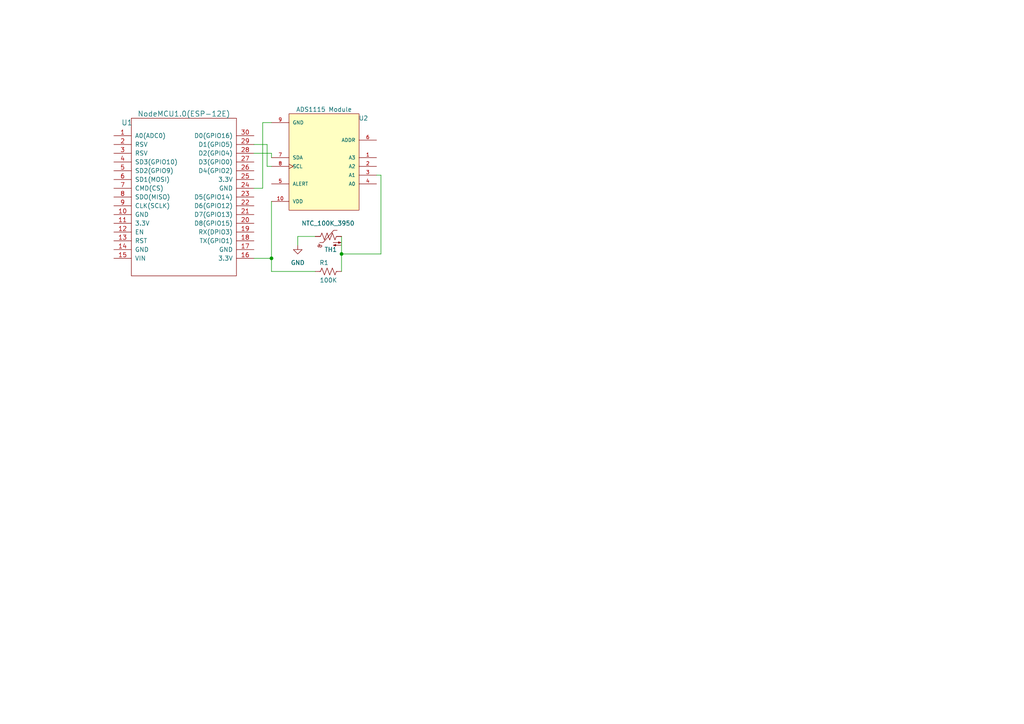
<source format=kicad_sch>
(kicad_sch (version 20230121) (generator eeschema)
  (paper "A4")
  (lib_symbols
    (symbol "ADS1115:ZC261500" (pin_names (offset 1.016))
      (property "Reference" "U" (at -10.16 16.002 0))
      (property "Value" "ZC261500" (at -10.16 -15.24 0))
      (symbol "ZC261500_0_0"
        (rectangle (start -10.16 -12.7) (end 10.16 15.24) (stroke (width 0.1524)) (fill (type background)))
        (pin input line (at -15.24 0 0) (length 5.08) (name "A3") (number "1"))
        (pin power_in line (at 15.24 12.7 180) (length 5.08) (name "VDD") (number "10"))
        (pin input line (at -15.24 2.54 0) (length 5.08) (name "A2") (number "2"))
        (pin input line (at -15.24 5.08 0) (length 5.08) (name "A1") (number "3"))
        (pin input line (at -15.24 7.62 0) (length 5.08) (name "A0") (number "4"))
        (pin bidirectional line (at 15.24 7.62 180) (length 5.08) (name "ALERT") (number "5"))
        (pin input line (at -15.24 -5.08 0) (length 5.08) (name "ADDR") (number "6"))
        (pin bidirectional line (at 15.24 0 180) (length 5.08) (name "SDA") (number "7"))
        (pin input clock (at 15.24 2.54 180) (length 5.08) (name "SCL") (number "8"))
        (pin power_in line (at 15.24 -10.16 180) (length 5.08) (name "GND") (number "9"))
      )
    )
    (symbol "Device:R_US" (pin_numbers hide) (pin_names (offset 0))
      (property "Reference" "R" (at 2.54 0 90))
      (property "Value" "R_US" (at -2.54 0 90))
      (symbol "R_US_0_1"
        (polyline (pts (xy 0 -2.286) (xy 0 -2.54)))
        (polyline (pts (xy 0 2.286) (xy 0 2.54)))
        (polyline (pts (xy 0 -0.762) (xy 1.016 -1.143) (xy 0 -1.524) (xy -1.016 -1.905) (xy 0 -2.286)))
        (polyline (pts (xy 0 0.762) (xy 1.016 0.381) (xy 0 0) (xy -1.016 -0.381) (xy 0 -0.762)))
        (polyline (pts (xy 0 2.286) (xy 1.016 1.905) (xy 0 1.524) (xy -1.016 1.143) (xy 0 0.762)))
      )
      (symbol "R_US_1_1"
        (pin passive line (at 0 3.81 270) (length 1.27) (name "~") (number "1"))
        (pin passive line (at 0 -3.81 90) (length 1.27) (name "~") (number "2"))
      )
    )
    (symbol "Device:Thermistor_NTC_US" (pin_numbers hide) (pin_names (offset 0))
      (property "Reference" "TH" (at -4.445 0 90))
      (property "Value" "Thermistor_NTC_US" (at 3.175 0 90))
      (symbol "Thermistor_NTC_US_0_1"
        (arc (start -3.048 2.159) (mid -3.0495 2.3143) (end -3.175 2.413))
        (arc (start -3.048 2.159) (mid -2.9736 1.9794) (end -2.794 1.905))
        (arc (start -3.048 2.794) (mid -2.9736 2.6144) (end -2.794 2.54))
        (arc (start -2.794 1.905) (mid -2.6144 1.9794) (end -2.54 2.159))
        (arc (start -2.794 2.54) (mid -2.4393 2.5587) (end -2.159 2.794))
        (arc (start -2.794 3.048) (mid -2.9736 2.9736) (end -3.048 2.794))
        (arc (start -2.54 2.794) (mid -2.6144 2.9736) (end -2.794 3.048))
        (polyline (pts (xy -2.54 2.159) (xy -2.54 2.794)))
        (polyline (pts (xy 0 -2.286) (xy 0 -2.54)))
        (polyline (pts (xy 0 2.286) (xy 0 2.54)))
        (polyline (pts (xy -1.778 2.54) (xy -1.778 1.524) (xy 1.778 -1.524) (xy 1.778 -2.54)))
        (polyline (pts (xy 0 -0.762) (xy 1.016 -1.143) (xy 0 -1.524) (xy -1.016 -1.905) (xy 0 -2.286)))
        (polyline (pts (xy 0 0.762) (xy 1.016 0.381) (xy 0 0) (xy -1.016 -0.381) (xy 0 -0.762)))
        (polyline (pts (xy 0 2.286) (xy 1.016 1.905) (xy 0 1.524) (xy -1.016 1.143) (xy 0 0.762)))
        (polyline (pts (xy -2.54 -3.683) (xy -2.54 -1.397) (xy -2.794 -2.159) (xy -2.286 -2.159) (xy -2.54 -1.397) (xy -2.54 -1.651)) (fill (type outline)))
        (polyline (pts (xy -1.778 -1.397) (xy -1.778 -3.683) (xy -2.032 -2.921) (xy -1.524 -2.921) (xy -1.778 -3.683) (xy -1.778 -3.429)) (fill (type outline)))
      )
      (symbol "Thermistor_NTC_US_1_1"
        (pin passive line (at 0 3.81 270) (length 1.27) (name "~") (number "1"))
        (pin passive line (at 0 -3.81 90) (length 1.27) (name "~") (number "2"))
      )
    )
    (symbol "ESP8266:NodeMCU1.0(ESP-12E)" (pin_names (offset 1.016))
      (property "Reference" "U" (at 0 21.59 0))
      (property "Value" "NodeMCU1.0(ESP-12E)" (at 0 -21.59 0))
      (symbol "NodeMCU1.0(ESP-12E)_0_1"
        (rectangle (start -15.24 -22.86) (end 15.24 22.86))
      )
      (symbol "NodeMCU1.0(ESP-12E)_1_1"
        (pin input line (at -20.32 17.78 0) (length 5.08) (name "A0(ADC0)") (number "1"))
        (pin input line (at -20.32 -5.08 0) (length 5.08) (name "GND") (number "10"))
        (pin input line (at -20.32 -7.62 0) (length 5.08) (name "3.3V") (number "11"))
        (pin input line (at -20.32 -10.16 0) (length 5.08) (name "EN") (number "12"))
        (pin input line (at -20.32 -12.7 0) (length 5.08) (name "RST") (number "13"))
        (pin input line (at -20.32 -15.24 0) (length 5.08) (name "GND") (number "14"))
        (pin input line (at -20.32 -17.78 0) (length 5.08) (name "VIN") (number "15"))
        (pin input line (at 20.32 -17.78 180) (length 5.08) (name "3.3V") (number "16"))
        (pin input line (at 20.32 -15.24 180) (length 5.08) (name "GND") (number "17"))
        (pin input line (at 20.32 -12.7 180) (length 5.08) (name "TX(GPIO1)") (number "18"))
        (pin input line (at 20.32 -10.16 180) (length 5.08) (name "RX(DPIO3)") (number "19"))
        (pin input line (at -20.32 15.24 0) (length 5.08) (name "RSV") (number "2"))
        (pin input line (at 20.32 -7.62 180) (length 5.08) (name "D8(GPIO15)") (number "20"))
        (pin input line (at 20.32 -5.08 180) (length 5.08) (name "D7(GPIO13)") (number "21"))
        (pin input line (at 20.32 -2.54 180) (length 5.08) (name "D6(GPIO12)") (number "22"))
        (pin input line (at 20.32 0 180) (length 5.08) (name "D5(GPIO14)") (number "23"))
        (pin input line (at 20.32 2.54 180) (length 5.08) (name "GND") (number "24"))
        (pin input line (at 20.32 5.08 180) (length 5.08) (name "3.3V") (number "25"))
        (pin input line (at 20.32 7.62 180) (length 5.08) (name "D4(GPIO2)") (number "26"))
        (pin input line (at 20.32 10.16 180) (length 5.08) (name "D3(GPIO0)") (number "27"))
        (pin input line (at 20.32 12.7 180) (length 5.08) (name "D2(GPIO4)") (number "28"))
        (pin input line (at 20.32 15.24 180) (length 5.08) (name "D1(GPIO5)") (number "29"))
        (pin input line (at -20.32 12.7 0) (length 5.08) (name "RSV") (number "3"))
        (pin input line (at 20.32 17.78 180) (length 5.08) (name "D0(GPIO16)") (number "30"))
        (pin input line (at -20.32 10.16 0) (length 5.08) (name "SD3(GPIO10)") (number "4"))
        (pin input line (at -20.32 7.62 0) (length 5.08) (name "SD2(GPIO9)") (number "5"))
        (pin input line (at -20.32 5.08 0) (length 5.08) (name "SD1(MOSI)") (number "6"))
        (pin input line (at -20.32 2.54 0) (length 5.08) (name "CMD(CS)") (number "7"))
        (pin input line (at -20.32 0 0) (length 5.08) (name "SDO(MISO)") (number "8"))
        (pin input line (at -20.32 -2.54 0) (length 5.08) (name "CLK(SCLK)") (number "9"))
      )
    )
    (symbol "power:GND" (power) (pin_names (offset 0))
      (property "Value" "GND" (at 0 -3.81 0))
      (symbol "GND_0_1"
        (polyline (pts (xy 0 0) (xy 0 -1.27) (xy 1.27 -1.27) (xy 0 -2.54) (xy -1.27 -1.27) (xy 0 -1.27)))
      )
      (symbol "GND_1_1"
        (pin power_in line (at 0 0 270) (length 0) hide (name "GND") (number "1"))
      )
    )
  )
  (junction (at 99.06 73.66))
  (junction (at 78.74 74.93))
  (wire (pts (xy 99.06 68.58) (xy 99.06 73.66)))
  (wire (pts (xy 78.74 35.56) (xy 76.2 35.56)))
  (wire (pts (xy 76.2 35.56) (xy 76.2 54.61)))
  (wire (pts (xy 73.66 54.61) (xy 76.2 54.61)))
  (wire (pts (xy 91.44 78.74) (xy 78.74 78.74)))
  (wire (pts (xy 78.74 45.72) (xy 78.74 44.45)))
  (wire (pts (xy 78.74 74.93) (xy 78.74 58.42)))
  (wire (pts (xy 86.36 68.58) (xy 86.36 71.12)))
  (wire (pts (xy 99.06 73.66) (xy 110.49 73.66)))
  (wire (pts (xy 77.47 48.26) (xy 77.47 41.91)))
  (wire (pts (xy 73.66 74.93) (xy 78.74 74.93)))
  (wire (pts (xy 73.66 44.45) (xy 78.74 44.45)))
  (wire (pts (xy 78.74 48.26) (xy 77.47 48.26)))
  (wire (pts (xy 91.44 68.58) (xy 86.36 68.58)))
  (wire (pts (xy 77.47 41.91) (xy 73.66 41.91)))
  (wire (pts (xy 109.22 50.8) (xy 110.49 50.8)))
  (wire (pts (xy 78.74 74.93) (xy 78.74 78.74)))
  (wire (pts (xy 99.06 73.66) (xy 99.06 78.74)))
  (wire (pts (xy 110.49 50.8) (xy 110.49 73.66)))
  (symbol (lib_id "power:GND") (at 86.36 71.12 0) (unit 1)
    (property "Reference" "#PWR01" (effects hide))
    (property "Value" "GND" (at 86.36 76.2 0))
  )
  (symbol (lib_id "ADS1115:ZC261500") (at 93.98 45.72 180) (unit 1)
    (property "Reference" "U2" (at 105.41 34.29 0))
    (property "Value" "ADS1115 Module" (at 93.98 31.75 0))
    (property "Footprint" "ZC261500:MODULE_ZC261500" (effects hide))
    (property "MF" "YKS" (effects hide))
    (property "MAXIMUM_PACKAGE_HEIGHT" "NA" (effects hide))
    (property "Package" "None" (effects hide))
    (property "Price" "None" (effects hide))
    (property "Check_prices" "https://www.snapeda.com/parts/ZC261500/YKS/view-part/?ref=eda" (effects hide))
    (property "STANDARD" "Manufacturer Recommendations" (effects hide))
    (property "PARTREV" "NA" (effects hide))
    (property "SnapEDA_Link" "https://www.snapeda.com/parts/ZC261500/YKS/view-part/?ref=snap" (effects hide))
    (property "MP" "ZC261500" (effects hide))
    (property "Description" "\nADS1115 Module ADC 4 channel with Pro Gain Amplifier for Arduino RPi\n" (effects hide))
    (property "Availability" "Not in stock" (effects hide))
    (property "MANUFACTURER" "YKS" (effects hide))
  )
  (symbol (lib_id "Device:Thermistor_NTC_US") (at 95.25 68.58 90) (unit 1)
    (property "Reference" "TH1" (at 97.79 72.39 90) (effects (justify left)))
    (property "Value" "NTC_100K_3950" (at 102.87 64.77 90) (effects (justify left)))
  )
  (symbol (lib_id "Device:R_US") (at 95.25 78.74 90) (unit 1)
    (property "Reference" "R1" (at 93.98 76.2 90))
    (property "Value" "100K" (at 95.25 81.28 90))
  )
  (symbol (lib_id "ESP8266:NodeMCU1.0(ESP-12E)") (at 53.34 57.15 0) (unit 1)
    (property "Reference" "U1" (at 36.83 35.56 0) (effects (font (size 1.524 1.524))))
    (property "Value" "NodeMCU1.0(ESP-12E)" (at 53.34 33.02 0) (effects (font (size 1.524 1.524))))
  )
)
</source>
